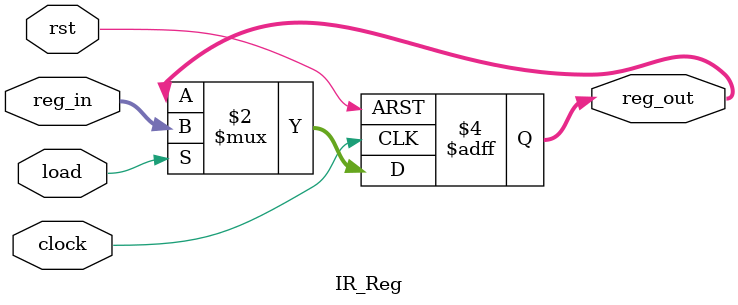
<source format=v>
module IR_Reg(clock, rst, load, reg_in, reg_out);
	input clock, rst, load;
	input[15:0] reg_in;
	output reg[15:0] reg_out;

	always@(posedge clock, posedge rst)begin
		if(rst) reg_out <= 15'd0;
		else if(load) reg_out <= reg_in;
	end

endmodule

</source>
